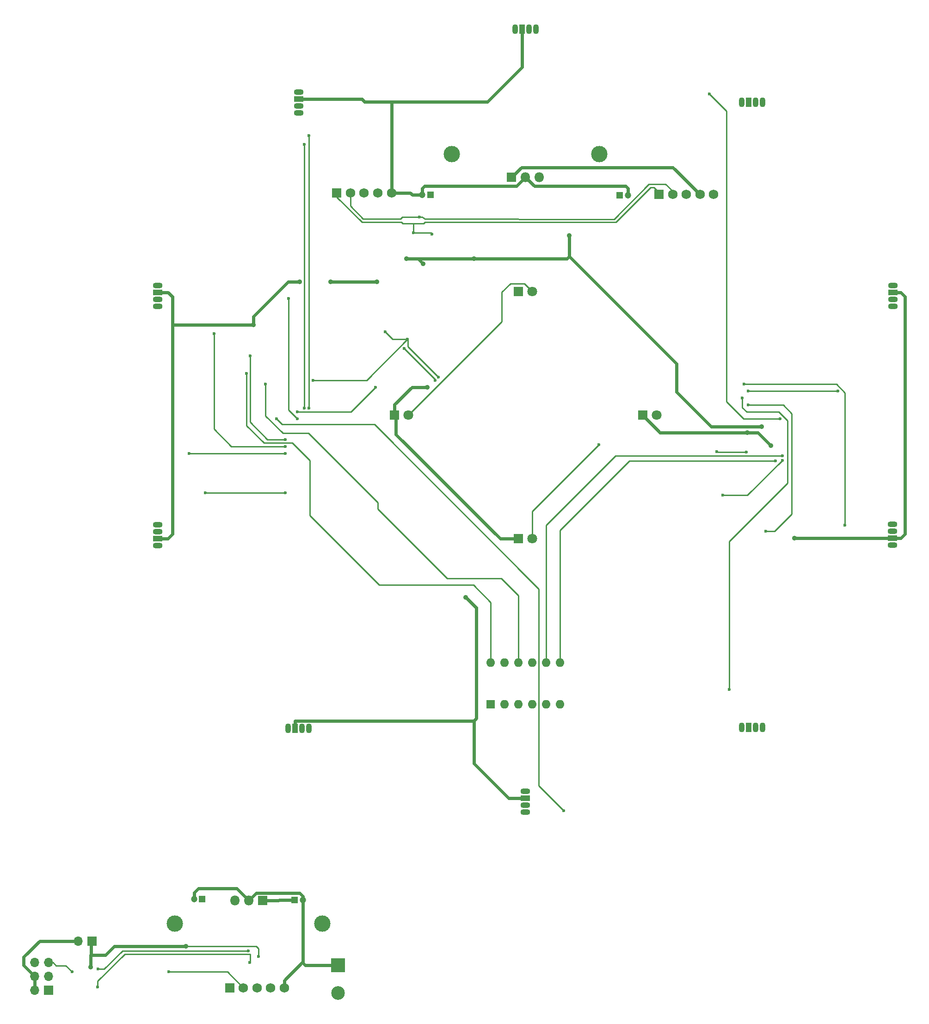
<source format=gbl>
G04 #@! TF.FileFunction,Copper,L2,Bot,Signal*
%FSLAX46Y46*%
G04 Gerber Fmt 4.6, Leading zero omitted, Abs format (unit mm)*
G04 Created by KiCad (PCBNEW 4.0.7) date 02/24/18 14:32:59*
%MOMM*%
%LPD*%
G01*
G04 APERTURE LIST*
%ADD10C,0.100000*%
%ADD11C,3.000000*%
%ADD12R,1.200000X1.200000*%
%ADD13C,1.200000*%
%ADD14O,1.800000X1.070000*%
%ADD15R,1.800000X1.070000*%
%ADD16O,1.070000X1.800000*%
%ADD17R,1.070000X1.800000*%
%ADD18R,1.800000X1.800000*%
%ADD19C,1.800000*%
%ADD20R,1.750000X1.750000*%
%ADD21C,1.750000*%
%ADD22R,1.700000X1.700000*%
%ADD23O,1.700000X1.700000*%
%ADD24R,2.500000X2.500000*%
%ADD25C,2.500000*%
%ADD26R,1.600000X1.600000*%
%ADD27O,1.600000X1.600000*%
%ADD28O,1.800000X1.800000*%
%ADD29C,0.900000*%
%ADD30C,0.600000*%
%ADD31C,0.600000*%
%ADD32C,0.250000*%
G04 APERTURE END LIST*
D10*
D11*
X79514800Y-43230800D03*
X106514800Y-43230800D03*
D12*
X75590400Y-50698400D03*
D13*
X74090400Y-50698400D03*
D12*
X110286800Y-50749200D03*
D13*
X111786800Y-50749200D03*
D12*
X50749200Y-179679600D03*
D13*
X52249200Y-179679600D03*
D12*
X33832800Y-179527200D03*
D13*
X32332800Y-179527200D03*
D14*
X93014800Y-159766000D03*
D15*
X93014800Y-161036000D03*
D14*
X93014800Y-162306000D03*
X93014800Y-163576000D03*
D16*
X49530000Y-148285200D03*
D17*
X50800000Y-148285200D03*
D16*
X52070000Y-148285200D03*
X53340000Y-148285200D03*
D14*
X25704800Y-114808000D03*
D15*
X25704800Y-113538000D03*
D14*
X25704800Y-112268000D03*
X25704800Y-110998000D03*
X25654000Y-67259200D03*
D15*
X25654000Y-68529200D03*
D14*
X25654000Y-69799200D03*
X25654000Y-71069200D03*
X51511200Y-31902400D03*
D15*
X51511200Y-33172400D03*
D14*
X51511200Y-34442400D03*
X51511200Y-35712400D03*
D18*
X69037200Y-90932000D03*
D19*
X71577200Y-90932000D03*
D18*
X91744800Y-68326000D03*
D19*
X94284800Y-68326000D03*
D16*
X91084400Y-20320000D03*
D17*
X92354400Y-20320000D03*
D16*
X93624400Y-20320000D03*
X94894400Y-20320000D03*
X132638800Y-33731200D03*
D17*
X133908800Y-33731200D03*
D16*
X135178800Y-33731200D03*
X136448800Y-33731200D03*
D14*
X160324800Y-67259200D03*
D15*
X160324800Y-68529200D03*
D14*
X160324800Y-69799200D03*
X160324800Y-71069200D03*
X160223200Y-114757200D03*
D15*
X160223200Y-113487200D03*
D14*
X160223200Y-112217200D03*
X160223200Y-110947200D03*
D16*
X132588000Y-148132800D03*
D17*
X133858000Y-148132800D03*
D16*
X135128000Y-148132800D03*
X136398000Y-148132800D03*
D18*
X114452400Y-90982800D03*
D19*
X116992400Y-90982800D03*
D18*
X91694000Y-113588800D03*
D19*
X94234000Y-113588800D03*
D20*
X58470800Y-50292000D03*
D21*
X60970800Y-50292000D03*
X63470800Y-50292000D03*
X65970800Y-50292000D03*
X68470800Y-50292000D03*
D20*
X117449600Y-50596800D03*
D21*
X119949600Y-50596800D03*
X122449600Y-50596800D03*
X124949600Y-50596800D03*
X127449600Y-50596800D03*
D22*
X5689600Y-196189600D03*
D23*
X3149600Y-196189600D03*
X5689600Y-193649600D03*
X3149600Y-193649600D03*
X5689600Y-191109600D03*
X3149600Y-191109600D03*
D24*
X58674000Y-191668400D03*
D25*
X58674000Y-196668400D03*
D20*
X38862000Y-195783200D03*
D21*
X41362000Y-195783200D03*
X43862000Y-195783200D03*
X46362000Y-195783200D03*
X48862000Y-195783200D03*
D26*
X86664800Y-143865600D03*
D27*
X99364800Y-136245600D03*
X89204800Y-143865600D03*
X96824800Y-136245600D03*
X91744800Y-143865600D03*
X94284800Y-136245600D03*
X94284800Y-143865600D03*
X91744800Y-136245600D03*
X96824800Y-143865600D03*
X89204800Y-136245600D03*
X99364800Y-143865600D03*
X86664800Y-136245600D03*
D18*
X90474800Y-47447200D03*
D28*
X93014800Y-47447200D03*
X95554800Y-47447200D03*
D18*
X44856400Y-179781200D03*
D28*
X42316400Y-179781200D03*
X39776400Y-179781200D03*
D11*
X55816400Y-184048400D03*
X28816400Y-184048400D03*
D22*
X13614400Y-187198000D03*
D23*
X11074400Y-187198000D03*
D29*
X57302400Y-66586100D03*
X65811400Y-66598800D03*
X133652400Y-94157800D03*
X43238300Y-74472800D03*
X51685000Y-66598800D03*
X75057000Y-85859000D03*
X137955000Y-96584700D03*
X142239900Y-113487000D03*
X82092800Y-124314900D03*
X74244200Y-63309500D03*
X83558500Y-62382400D03*
X136227000Y-93037800D03*
X71247000Y-62382400D03*
X101041200Y-58115200D03*
D30*
X106476800Y-96367600D03*
X76454000Y-84582000D03*
X70764400Y-78765400D03*
X67348100Y-75730100D03*
X133477000Y-97751900D03*
X128028700Y-97650300D03*
X77063600Y-84023200D03*
X54127400Y-84569300D03*
X71412100Y-77063600D03*
X41938800Y-83339600D03*
X45427400Y-85267800D03*
X129171900Y-105642200D03*
X140017900Y-99237800D03*
X140017900Y-98437700D03*
X138777300Y-99354800D03*
X51262000Y-90347800D03*
X65551700Y-85859000D03*
X99969800Y-163322000D03*
X47394300Y-91617800D03*
X49016400Y-105225600D03*
X34410400Y-105225600D03*
X31387900Y-97967800D03*
X49016400Y-97967800D03*
X35982400Y-76073000D03*
X49016400Y-96697800D03*
X42563900Y-80130800D03*
X49016400Y-95427800D03*
X53356100Y-39799300D03*
X53356100Y-89722700D03*
X52485100Y-41396100D03*
X52485100Y-89722700D03*
X49637700Y-69595700D03*
X51262000Y-91617800D03*
X126649900Y-32172400D03*
X139605700Y-91637600D03*
X133002300Y-85267800D03*
X151518000Y-111076900D03*
X150192900Y-86537800D03*
X133802400Y-86537800D03*
X130353000Y-141126800D03*
X132727200Y-87807800D03*
X137027100Y-112236000D03*
X133802400Y-89077800D03*
X73558400Y-54724300D03*
X75920600Y-57848500D03*
X72478900Y-57619900D03*
X44145200Y-190017400D03*
D29*
X13436600Y-192000600D03*
X30816500Y-188170400D03*
D30*
X9969500Y-192849500D03*
X27728700Y-192837000D03*
X14706600Y-195643500D03*
X42519600Y-191135000D03*
X14770100Y-192328800D03*
X42265600Y-188963300D03*
D31*
X119992200Y-45639000D02*
X124950000Y-50596800D01*
X92283000Y-45639000D02*
X119992200Y-45639000D01*
X90474800Y-47447200D02*
X92283000Y-45639000D01*
X65798700Y-66586100D02*
X57302400Y-66586100D01*
X65811400Y-66598800D02*
X65798700Y-66586100D01*
X91694000Y-113588800D02*
X88392000Y-113588800D01*
X69291200Y-94488000D02*
X69291200Y-91186000D01*
X88392000Y-113588800D02*
X69291200Y-94488000D01*
X69291200Y-91186000D02*
X69037200Y-90932000D01*
X72212200Y-85859000D02*
X75057000Y-85859000D01*
X69037200Y-89034000D02*
X72212200Y-85859000D01*
X69037200Y-90932000D02*
X69037200Y-89034000D01*
X71913500Y-50292000D02*
X68470800Y-50292000D01*
X72319900Y-50698400D02*
X71913500Y-50292000D01*
X74090400Y-50698400D02*
X72319900Y-50698400D01*
X135528100Y-94157800D02*
X137955000Y-96584700D01*
X133652400Y-94157800D02*
X135528100Y-94157800D01*
X160223000Y-113487000D02*
X142239900Y-113487000D01*
X27561400Y-68529200D02*
X25654000Y-68529200D01*
X28355100Y-69323000D02*
X27561400Y-68529200D01*
X28355100Y-74472800D02*
X28355100Y-69323000D01*
X43238300Y-74472800D02*
X28355100Y-74472800D01*
X49588300Y-66598800D02*
X51685000Y-66598800D01*
X43238300Y-72948800D02*
X49588300Y-66598800D01*
X43238300Y-74472800D02*
X43238300Y-72948800D01*
X51511200Y-33172400D02*
X51511200Y-33172400D01*
X63081700Y-33172400D02*
X51511200Y-33172400D01*
X63531800Y-33622500D02*
X63081700Y-33172400D01*
X68470800Y-33622500D02*
X63531800Y-33622500D01*
X68470800Y-50292000D02*
X68470800Y-33622500D01*
X94640400Y-49072800D02*
X93014800Y-47447200D01*
X111390100Y-49072800D02*
X94640400Y-49072800D01*
X111787000Y-49469700D02*
X111390100Y-49072800D01*
X111787000Y-50749200D02*
X111787000Y-49469700D01*
X91389200Y-49072800D02*
X93014800Y-47447200D01*
X74487300Y-49072800D02*
X91389200Y-49072800D01*
X74090400Y-49469700D02*
X74487300Y-49072800D01*
X74090400Y-50698400D02*
X74090400Y-49469700D01*
X83992900Y-126215000D02*
X82092800Y-124314900D01*
X83992900Y-146434800D02*
X83992900Y-126215000D01*
X83542800Y-146884900D02*
X83992900Y-146434800D01*
X117627000Y-94157800D02*
X133652400Y-94157800D01*
X114452000Y-90982800D02*
X117627000Y-94157800D01*
X83542800Y-154686000D02*
X83542800Y-146884900D01*
X89892800Y-161036000D02*
X83542800Y-154686000D01*
X93014800Y-161036000D02*
X89892800Y-161036000D01*
X50800000Y-146884900D02*
X50800000Y-148285000D01*
X83542800Y-146884900D02*
X50800000Y-146884900D01*
X27561400Y-113538000D02*
X25704800Y-113538000D01*
X28355100Y-112744300D02*
X27561400Y-113538000D01*
X28355100Y-74472800D02*
X28355100Y-112744300D01*
X161731500Y-68529200D02*
X160325000Y-68529200D01*
X162525200Y-69323000D02*
X161731500Y-68529200D01*
X162525200Y-112693300D02*
X162525200Y-69323000D01*
X161731500Y-113487000D02*
X162525200Y-112693300D01*
X160223000Y-113487000D02*
X161731500Y-113487000D01*
X92354400Y-27272500D02*
X92354400Y-20320000D01*
X86004400Y-33622500D02*
X92354400Y-27272500D01*
X68470800Y-33622500D02*
X86004400Y-33622500D01*
X71247000Y-62382400D02*
X73317100Y-62382400D01*
X73317100Y-62382400D02*
X74244200Y-63309500D01*
X83558500Y-62382400D02*
X71247000Y-62382400D01*
X120695700Y-81571000D02*
X101057000Y-61932300D01*
X120695700Y-86687800D02*
X120695700Y-81571000D01*
X127045700Y-93037800D02*
X120695700Y-86687800D01*
X136227000Y-93037800D02*
X127045700Y-93037800D01*
X101057000Y-61932300D02*
X101041200Y-58115200D01*
X100606900Y-62382400D02*
X101057000Y-61932300D01*
X83558500Y-62382400D02*
X100606900Y-62382400D01*
D32*
X92834700Y-66875900D02*
X94284800Y-68326000D01*
X90245600Y-66875900D02*
X92834700Y-66875900D01*
X88658100Y-68463400D02*
X90245600Y-66875900D01*
X88658100Y-73851100D02*
X88658100Y-68463400D01*
X71577200Y-90932000D02*
X88658100Y-73851100D01*
X94234000Y-113588800D02*
X94234000Y-108610400D01*
X94234000Y-108610400D02*
X106476800Y-96367600D01*
X76454000Y-84455000D02*
X76454000Y-84582000D01*
X70764400Y-78765400D02*
X76454000Y-84455000D01*
X71399400Y-77050900D02*
X71475600Y-77050900D01*
X68668900Y-77050900D02*
X71399400Y-77050900D01*
X67348100Y-75730100D02*
X68668900Y-77050900D01*
X71475600Y-77000100D02*
X71475600Y-77050900D01*
X71475600Y-77050900D02*
X71475600Y-78435200D01*
X128130300Y-97751900D02*
X133477000Y-97751900D01*
X128028700Y-97650300D02*
X128130300Y-97751900D01*
X71475600Y-78435200D02*
X77063600Y-84023200D01*
X63906400Y-84569300D02*
X54127400Y-84569300D01*
X71412100Y-77063600D02*
X71475600Y-77000100D01*
X71475600Y-77000100D02*
X63906400Y-84569300D01*
X41938800Y-92897700D02*
X41938800Y-83339600D01*
X45113800Y-96072700D02*
X41938800Y-92897700D01*
X50317000Y-96072700D02*
X45113800Y-96072700D01*
X53492000Y-99247700D02*
X50317000Y-96072700D01*
X53492000Y-109354200D02*
X53492000Y-99247700D01*
X66192000Y-122054200D02*
X53492000Y-109354200D01*
X83489800Y-122054200D02*
X66192000Y-122054200D01*
X86664800Y-125229200D02*
X83489800Y-122054200D01*
X86664800Y-136246000D02*
X86664800Y-125229200D01*
X45427400Y-91119200D02*
X45427400Y-85267800D01*
X48602400Y-94294200D02*
X45427400Y-91119200D01*
X53245900Y-94294200D02*
X48602400Y-94294200D01*
X65945900Y-106994200D02*
X53245900Y-94294200D01*
X65945900Y-108132800D02*
X65945900Y-106994200D01*
X78645900Y-120832800D02*
X65945900Y-108132800D01*
X88569800Y-120832800D02*
X78645900Y-120832800D01*
X91744800Y-124007800D02*
X88569800Y-120832800D01*
X91744800Y-136246000D02*
X91744800Y-124007800D01*
X133613500Y-105642200D02*
X140017900Y-99237800D01*
X129171900Y-105642200D02*
X133613500Y-105642200D01*
X109524800Y-98437700D02*
X140017900Y-98437700D01*
X96824800Y-111137700D02*
X109524800Y-98437700D01*
X96824800Y-136246000D02*
X96824800Y-111137700D01*
X112064800Y-99354800D02*
X138777300Y-99354800D01*
X99364800Y-112054800D02*
X112064800Y-99354800D01*
X99364800Y-136246000D02*
X99364800Y-112054800D01*
X61062900Y-90347800D02*
X65551700Y-85859000D01*
X51262000Y-90347800D02*
X61062900Y-90347800D01*
X48469500Y-92693000D02*
X47394300Y-91617800D01*
X65338800Y-92693000D02*
X48469500Y-92693000D01*
X95409900Y-122764100D02*
X65338800Y-92693000D01*
X95409900Y-158762100D02*
X95409900Y-122764100D01*
X99969800Y-163322000D02*
X95409900Y-158762100D01*
X49016400Y-105225600D02*
X34410400Y-105225600D01*
X31387900Y-97967800D02*
X49016400Y-97967800D01*
X39157400Y-96697800D02*
X49016400Y-96697800D01*
X35982400Y-93522800D02*
X39157400Y-96697800D01*
X35982400Y-76073000D02*
X35982400Y-93522800D01*
X45738900Y-95427800D02*
X49016400Y-95427800D01*
X42563900Y-92252800D02*
X45738900Y-95427800D01*
X42563900Y-80130800D02*
X42563900Y-92252800D01*
X53356100Y-39799300D02*
X53356100Y-89722700D01*
X52485100Y-41396100D02*
X52485100Y-89722700D01*
X49637700Y-89993500D02*
X51262000Y-91617800D01*
X49637700Y-69595700D02*
X49637700Y-89993500D01*
X132953700Y-91637600D02*
X139605700Y-91637600D01*
X129778700Y-88462600D02*
X132953700Y-91637600D01*
X129778700Y-35301200D02*
X129778700Y-88462600D01*
X126649900Y-32172400D02*
X129778700Y-35301200D01*
X151518000Y-86855300D02*
X151518000Y-111076900D01*
X149930500Y-85267800D02*
X151518000Y-86855300D01*
X133002300Y-85267800D02*
X149930500Y-85267800D01*
X150192900Y-86537800D02*
X133802400Y-86537800D01*
X132727200Y-89564000D02*
X132727200Y-87807800D01*
X133521000Y-90357700D02*
X132727200Y-89564000D01*
X139400800Y-90357700D02*
X133521000Y-90357700D01*
X140988300Y-91945200D02*
X139400800Y-90357700D01*
X140988300Y-103417100D02*
X140988300Y-91945200D01*
X130353000Y-114052400D02*
X140988300Y-103417100D01*
X130353000Y-141126800D02*
X130353000Y-114052400D01*
X140196200Y-89077800D02*
X133802400Y-89077800D01*
X141783700Y-90665300D02*
X140196200Y-89077800D01*
X141783700Y-109061000D02*
X141783700Y-90665300D01*
X138608700Y-112236000D02*
X141783700Y-109061000D01*
X137027100Y-112236000D02*
X138608700Y-112236000D01*
X63271400Y-55093177D02*
X70154223Y-55093177D01*
X74142600Y-54749700D02*
X74574400Y-55067200D01*
X70497700Y-54749700D02*
X74142600Y-54749700D01*
X70154223Y-55093177D02*
X70497700Y-54749700D01*
X60970800Y-50292000D02*
X60970800Y-50709200D01*
X60970800Y-50709200D02*
X60960520Y-52729777D01*
X60960520Y-52729777D02*
X63271400Y-55093177D01*
X63271400Y-55093177D02*
X63246000Y-55067200D01*
X74574400Y-55080322D02*
X74574400Y-55067200D01*
X74574400Y-55067200D02*
X74574400Y-55080322D01*
X74574400Y-55080322D02*
X109258100Y-55118000D01*
X109258100Y-55118000D02*
X115570000Y-48717200D01*
X115570000Y-48717200D02*
X118668800Y-48717200D01*
X118668800Y-48717200D02*
X119888000Y-49936400D01*
X119888000Y-49936400D02*
X119888000Y-50190400D01*
X119888000Y-50190400D02*
X119949600Y-50596800D01*
X72466200Y-57632600D02*
X75704700Y-57632600D01*
X75704700Y-57632600D02*
X75920600Y-57848500D01*
X72466200Y-55880000D02*
X72466200Y-55918100D01*
X72466200Y-57607200D02*
X72466200Y-57632600D01*
X72466200Y-57632600D02*
X72466200Y-55880000D01*
X72478900Y-57619900D02*
X72466200Y-57607200D01*
X70065900Y-55676800D02*
X70269100Y-55676800D01*
X70269100Y-55676800D02*
X70510400Y-55918100D01*
X70510400Y-55918100D02*
X72466200Y-55918100D01*
X74587100Y-55689500D02*
X74587100Y-55676800D01*
X72466200Y-55918100D02*
X74358500Y-55918100D01*
X74358500Y-55918100D02*
X74587100Y-55689500D01*
X58470800Y-50292000D02*
X58470800Y-51054000D01*
X58470800Y-51054000D02*
X63093600Y-55676800D01*
X63093600Y-55676800D02*
X70065900Y-55676800D01*
X70065900Y-55676800D02*
X70053200Y-55676800D01*
X74574400Y-55676800D02*
X74587100Y-55676800D01*
X74587100Y-55676800D02*
X109575600Y-55676800D01*
X116535200Y-49326800D02*
X117297200Y-50088800D01*
X115925600Y-49326800D02*
X116535200Y-49326800D01*
X109575600Y-55676800D02*
X115925600Y-49326800D01*
X117297200Y-50088800D02*
X117449600Y-50596800D01*
D31*
X47907200Y-179680000D02*
X50749200Y-179680000D01*
X47806200Y-179781000D02*
X47907200Y-179680000D01*
X44856400Y-179781000D02*
X47806200Y-179781000D01*
X52249200Y-179680000D02*
X52249200Y-185243200D01*
X52249200Y-185243200D02*
X52249200Y-191217900D01*
X52699300Y-191668000D02*
X58674000Y-191668000D01*
X52249200Y-191217900D02*
X52699300Y-191668000D01*
X48862000Y-194392900D02*
X48862000Y-195783000D01*
X52037000Y-191217900D02*
X48862000Y-194392900D01*
X52249200Y-191217900D02*
X52037000Y-191217900D01*
X40116200Y-177580800D02*
X42316400Y-179781000D01*
X33126600Y-177580800D02*
X40116200Y-177580800D01*
X32332800Y-178374600D02*
X33126600Y-177580800D01*
X32332800Y-179527000D02*
X32332800Y-178374600D01*
X43716500Y-178380900D02*
X42316400Y-179781000D01*
X51649200Y-178380900D02*
X43716500Y-178380900D01*
X52249200Y-178980900D02*
X51649200Y-178380900D01*
X52249200Y-179680000D02*
X52249200Y-178980900D01*
D32*
X30734000Y-188163200D02*
X30816500Y-188170400D01*
X44132500Y-188569600D02*
X43688000Y-188163200D01*
X43688000Y-188163200D02*
X30734000Y-188163200D01*
X44145200Y-190017400D02*
X44132500Y-188569600D01*
D31*
X1981200Y-189269905D02*
X1992095Y-189269905D01*
X1992095Y-189269905D02*
X4064000Y-187198000D01*
X11074400Y-187198000D02*
X4064000Y-187198000D01*
X4064000Y-187198000D02*
X4165600Y-187198000D01*
X13512800Y-189757600D02*
X13512800Y-187452000D01*
X13512800Y-187452000D02*
X13563600Y-187401200D01*
X13563600Y-187401200D02*
X13614400Y-187198000D01*
X17679000Y-188170400D02*
X30816500Y-188170400D01*
X16091800Y-189757600D02*
X17679000Y-188170400D01*
X13436600Y-189757600D02*
X13512800Y-189757600D01*
X13512800Y-189757600D02*
X16091800Y-189757600D01*
X3149600Y-193650000D02*
X3149600Y-196190000D01*
X1149800Y-190101200D02*
X1981200Y-189269905D01*
X1981200Y-189269905D02*
X1778000Y-189473079D01*
X1778000Y-189473079D02*
X1943600Y-189307500D01*
X1149800Y-191650200D02*
X1149800Y-190101200D01*
X3149600Y-193650000D02*
X1149800Y-191650200D01*
X13436600Y-189757600D02*
X13436600Y-192000600D01*
D32*
X6540500Y-191135000D02*
X5867400Y-191135000D01*
X7086600Y-191681100D02*
X6540500Y-191135000D01*
X8801100Y-191681100D02*
X7086600Y-191681100D01*
X9969500Y-192849500D02*
X8801100Y-191681100D01*
X5867400Y-191135000D02*
X5689600Y-191109600D01*
X38416000Y-192837000D02*
X27728700Y-192837000D01*
X41362000Y-195783000D02*
X38416000Y-192837000D01*
X14706600Y-194538600D02*
X14706600Y-195643500D01*
X19646900Y-189598300D02*
X14706600Y-194538600D01*
X42545000Y-189598300D02*
X19646900Y-189598300D01*
X42583100Y-189636400D02*
X42545000Y-189598300D01*
X42583100Y-191071500D02*
X42583100Y-189636400D01*
X42519600Y-191135000D02*
X42583100Y-191071500D01*
X19240500Y-188970322D02*
X42265600Y-188963300D01*
X15887700Y-192328800D02*
X19240500Y-188970322D01*
X14770100Y-192328800D02*
X15887700Y-192328800D01*
M02*

</source>
